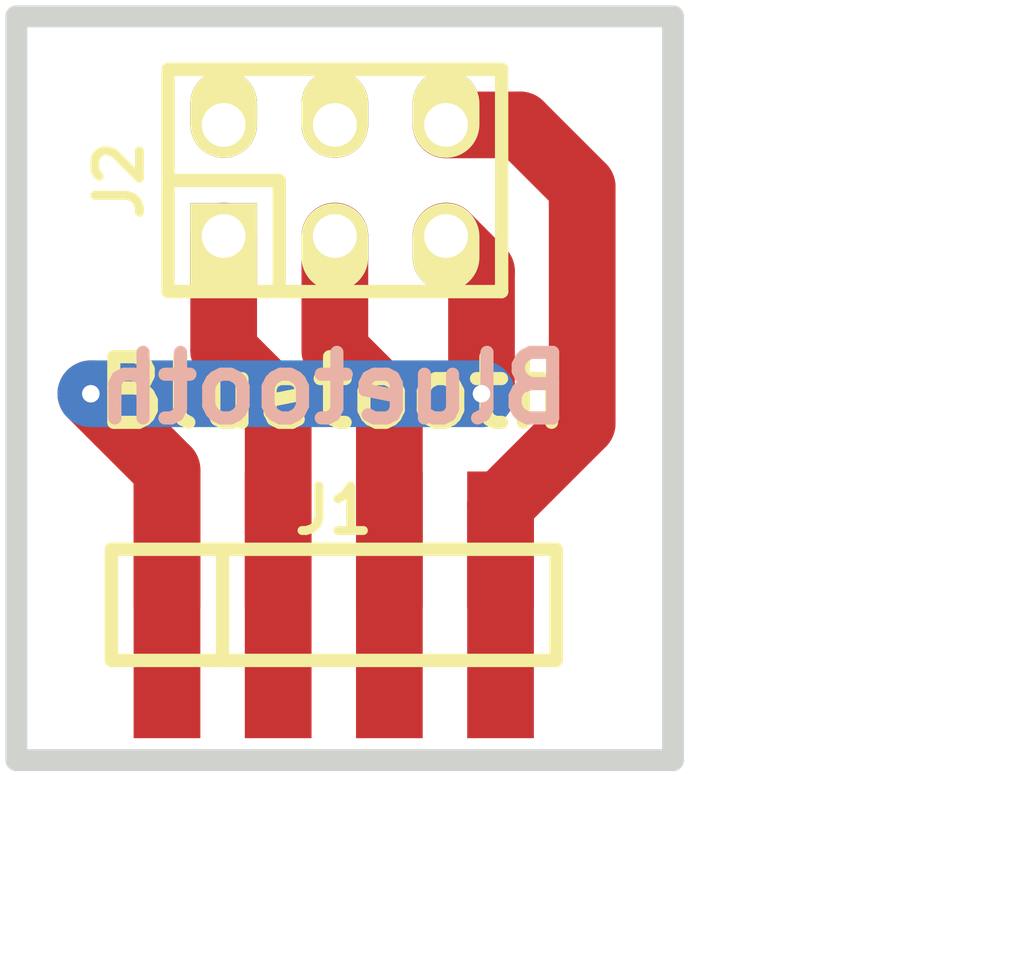
<source format=kicad_pcb>
(kicad_pcb (version 4) (host pcbnew 4.0.6-e0-6349~52~ubuntu16.10.1)

  (general
    (links 4)
    (no_connects 0)
    (area 110.874999 53.0072 137.974904 79.274071)
    (thickness 1.6)
    (drawings 8)
    (tracks 18)
    (zones 0)
    (modules 2)
    (nets 7)
  )

  (page A4)
  (layers
    (0 F.Cu signal)
    (31 B.Cu signal)
    (32 B.Adhes user)
    (33 F.Adhes user)
    (34 B.Paste user)
    (35 F.Paste user)
    (36 B.SilkS user)
    (37 F.SilkS user)
    (38 B.Mask user)
    (39 F.Mask user)
    (40 Dwgs.User user)
    (41 Cmts.User user)
    (42 Eco1.User user)
    (43 Eco2.User user)
    (44 Edge.Cuts user)
    (45 Margin user)
    (46 B.CrtYd user)
    (47 F.CrtYd user)
    (48 B.Fab user)
    (49 F.Fab user)
  )

  (setup
    (last_trace_width 0.25)
    (user_trace_width 0.508)
    (user_trace_width 0.762)
    (user_trace_width 1.016)
    (user_trace_width 1.524)
    (user_trace_width 2.032)
    (user_trace_width 3.048)
    (trace_clearance 0.2)
    (zone_clearance 0.508)
    (zone_45_only no)
    (trace_min 0.2)
    (segment_width 0.2)
    (edge_width 0.5)
    (via_size 0.6)
    (via_drill 0.4)
    (via_min_size 0.4)
    (via_min_drill 0.3)
    (uvia_size 0.3)
    (uvia_drill 0.1)
    (uvias_allowed no)
    (uvia_min_size 0.2)
    (uvia_min_drill 0.1)
    (pcb_text_width 0.3)
    (pcb_text_size 1.5 1.5)
    (mod_edge_width 0.15)
    (mod_text_size 1 1)
    (mod_text_width 0.15)
    (pad_size 1.524 1.99898)
    (pad_drill 1)
    (pad_to_mask_clearance 0.2)
    (aux_axis_origin 0 0)
    (visible_elements FFFFF77F)
    (pcbplotparams
      (layerselection 0x010f0_80000001)
      (usegerberextensions false)
      (excludeedgelayer false)
      (linewidth 0.100000)
      (plotframeref false)
      (viasonmask false)
      (mode 1)
      (useauxorigin false)
      (hpglpennumber 1)
      (hpglpenspeed 20)
      (hpglpendiameter 15)
      (hpglpenoverlay 2)
      (psnegative false)
      (psa4output false)
      (plotreference true)
      (plotvalue true)
      (plotinvisibletext false)
      (padsonsilk false)
      (subtractmaskfromsilk false)
      (outputformat 1)
      (mirror false)
      (drillshape 0)
      (scaleselection 1)
      (outputdirectory "gerber/aecp bluetooth module/"))
  )

  (net 0 "")
  (net 1 "Net-(J1-Pad1)")
  (net 2 "Net-(J1-Pad2)")
  (net 3 "Net-(J1-Pad3)")
  (net 4 "Net-(J1-Pad4)")
  (net 5 "Net-(J2-Pad2)")
  (net 6 "Net-(J2-Pad4)")

  (net_class Default "Ceci est la Netclass par défaut"
    (clearance 0.2)
    (trace_width 0.25)
    (via_dia 0.6)
    (via_drill 0.4)
    (uvia_dia 0.3)
    (uvia_drill 0.1)
    (add_net "Net-(J1-Pad1)")
    (add_net "Net-(J1-Pad2)")
    (add_net "Net-(J1-Pad3)")
    (add_net "Net-(J1-Pad4)")
    (add_net "Net-(J2-Pad2)")
    (add_net "Net-(J2-Pad4)")
  )

  (module w_pin_strip:pin_strip_4 (layer F.Cu) (tedit 58D7FA39) (tstamp 58D7FAE6)
    (at 118.375 68.8)
    (descr "Pin strip 4pin")
    (tags "CONN DEV")
    (path /58CEED37)
    (fp_text reference J1 (at 0 -2.159) (layer F.SilkS)
      (effects (font (size 1.016 1.016) (thickness 0.2032)))
    )
    (fp_text value CONN_HC06 (at 0.254 -3.556) (layer F.SilkS) hide
      (effects (font (size 1.016 0.889) (thickness 0.2032)))
    )
    (fp_line (start -2.54 -1.27) (end -2.54 1.27) (layer F.SilkS) (width 0.3048))
    (fp_line (start 5.08 1.27) (end -5.08 1.27) (layer F.SilkS) (width 0.3048))
    (fp_line (start -5.08 -1.27) (end 5.08 -1.27) (layer F.SilkS) (width 0.3048))
    (fp_line (start -5.08 1.27) (end -5.08 -1.27) (layer F.SilkS) (width 0.3048))
    (fp_line (start 5.08 -1.27) (end 5.08 1.27) (layer F.SilkS) (width 0.3048))
    (pad 1 smd rect (at -3.81 0) (size 1.524 6.096) (layers F.Cu F.Paste F.Mask)
      (net 1 "Net-(J1-Pad1)"))
    (pad 2 smd rect (at -1.27 0) (size 1.524 6.096) (layers F.Cu F.Paste F.Mask)
      (net 2 "Net-(J1-Pad2)"))
    (pad 3 smd rect (at 1.27 0) (size 1.524 6.096) (layers F.Cu F.Paste F.Mask)
      (net 3 "Net-(J1-Pad3)"))
    (pad 4 smd rect (at 3.81 0) (size 1.524 6.096) (layers F.Cu F.Paste F.Mask)
      (net 4 "Net-(J1-Pad4)"))
    (model walter/pin_strip/pin_strip_4.wrl
      (at (xyz 0 0 0))
      (scale (xyz 1 1 1))
      (rotate (xyz 0 0 0))
    )
  )

  (module w_pin_strip:pin_strip_3x2 (layer F.Cu) (tedit 58D7FF77) (tstamp 58D7FAF6)
    (at 118.4 59.1)
    (descr "Pin strip 3x2pin")
    (tags "CONN DEV")
    (path /58CEEDDA)
    (fp_text reference J2 (at -4.925 0 90) (layer F.SilkS)
      (effects (font (size 1.016 1.016) (thickness 0.2032)))
    )
    (fp_text value CONN_ISP (at 0 -5.08) (layer F.SilkS) hide
      (effects (font (size 1.016 0.889) (thickness 0.2032)))
    )
    (fp_line (start -3.81 -2.54) (end 3.81 -2.54) (layer F.SilkS) (width 0.3048))
    (fp_line (start 3.81 -2.54) (end 3.81 2.54) (layer F.SilkS) (width 0.3048))
    (fp_line (start 3.81 2.54) (end -3.81 2.54) (layer F.SilkS) (width 0.3048))
    (fp_line (start -3.81 0) (end -1.27 0) (layer F.SilkS) (width 0.3048))
    (fp_line (start -1.27 0) (end -1.27 2.54) (layer F.SilkS) (width 0.3048))
    (fp_line (start -3.81 -2.54) (end -3.81 2.54) (layer F.SilkS) (width 0.3048))
    (pad 1 thru_hole rect (at -2.54 1.27) (size 1.524 1.99898) (drill 1 (offset 0 0.24892)) (layers *.Cu *.Mask F.SilkS)
      (net 2 "Net-(J1-Pad2)"))
    (pad 2 thru_hole oval (at -2.54 -1.27) (size 1.524 1.99898) (drill 1 (offset 0 -0.24892)) (layers *.Cu *.Mask F.SilkS)
      (net 5 "Net-(J2-Pad2)"))
    (pad 3 thru_hole oval (at 0 1.27) (size 1.524 1.99898) (drill 1 (offset 0 0.24892)) (layers *.Cu *.Mask F.SilkS)
      (net 3 "Net-(J1-Pad3)"))
    (pad 4 thru_hole oval (at 0 -1.27) (size 1.524 1.99898) (drill 1 (offset 0 -0.24892)) (layers *.Cu *.Mask F.SilkS)
      (net 6 "Net-(J2-Pad4)"))
    (pad 5 thru_hole oval (at 2.54 1.27) (size 1.524 1.99898) (drill 1 (offset 0 0.24892)) (layers *.Cu *.Mask F.SilkS)
      (net 1 "Net-(J1-Pad1)"))
    (pad 6 thru_hole oval (at 2.54 -1.27) (size 1.524 1.99898) (drill 1 (offset 0 -0.24892)) (layers *.Cu *.Mask F.SilkS)
      (net 4 "Net-(J1-Pad4)"))
    (model walter/pin_strip/pin_strip_3x2.wrl
      (at (xyz 0 0 0))
      (scale (xyz 1 1 1))
      (rotate (xyz 0 0 0))
    )
  )

  (dimension 15.425081 (width 0.3) (layer Cmts.User)
    (gr_text "15,425 mm" (at 118.624491 77.899077 0.1857231081) (layer Cmts.User)
      (effects (font (size 1.5 1.5) (thickness 0.3)))
    )
    (feature1 (pts (xy 126.325 74.175) (xy 126.341367 79.22407)))
    (feature2 (pts (xy 110.9 74.225) (xy 110.916367 79.27407)))
    (crossbar (pts (xy 110.907615 76.574084) (xy 126.332615 76.524084)))
    (arrow1a (pts (xy 126.332615 76.524084) (xy 125.208018 77.114153)))
    (arrow1b (pts (xy 126.332615 76.524084) (xy 125.204216 75.941318)))
    (arrow2a (pts (xy 110.907615 76.574084) (xy 112.036014 77.15685)))
    (arrow2b (pts (xy 110.907615 76.574084) (xy 112.032212 75.984015)))
  )
  (dimension 17.500071 (width 0.3) (layer Cmts.User)
    (gr_text "17,500 mm" (at 131.474904 63.885071 89.83629822) (layer Cmts.User)
      (effects (font (size 1.5 1.5) (thickness 0.3)))
    )
    (feature1 (pts (xy 127.925 72.625) (xy 132.799899 72.638928)))
    (feature2 (pts (xy 127.975 55.125) (xy 132.849899 55.138928)))
    (crossbar (pts (xy 130.14991 55.131214) (xy 130.09991 72.631214)))
    (arrow1a (pts (xy 130.09991 72.631214) (xy 129.51671 71.503039)))
    (arrow1b (pts (xy 130.09991 72.631214) (xy 130.689547 71.50639)))
    (arrow2a (pts (xy 130.14991 55.131214) (xy 129.560273 56.256038)))
    (arrow2b (pts (xy 130.14991 55.131214) (xy 130.73311 56.259389)))
  )
  (gr_text Bluetooth (at 118.375 63.85) (layer B.SilkS)
    (effects (font (size 1.5 1.5) (thickness 0.3)) (justify mirror))
  )
  (gr_text Bluetooth (at 118.35 63.95) (layer F.SilkS)
    (effects (font (size 1.5 1.5) (thickness 0.3)))
  )
  (gr_line (start 111.125 55.35) (end 111.125 72.35) (layer Edge.Cuts) (width 0.5))
  (gr_line (start 126.125 55.35) (end 111.125 55.35) (layer Edge.Cuts) (width 0.5))
  (gr_line (start 126.125 72.35) (end 126.125 55.35) (layer Edge.Cuts) (width 0.5))
  (gr_line (start 111.125 72.35) (end 126.125 72.35) (layer Edge.Cuts) (width 0.5))

  (segment (start 121.75 63.975) (end 121.75 61.18) (width 1.524) (layer F.Cu) (net 1))
  (segment (start 121.75 61.18) (end 120.94 60.37) (width 1.524) (layer F.Cu) (net 1))
  (segment (start 112.825 63.975) (end 121.75 63.975) (width 1.524) (layer B.Cu) (net 1))
  (via (at 121.75 63.975) (size 0.6) (drill 0.4) (layers F.Cu B.Cu) (net 1))
  (segment (start 114.565 68.8) (end 114.565 65.715) (width 1.524) (layer F.Cu) (net 1))
  (segment (start 114.565 65.715) (end 112.825 63.975) (width 1.524) (layer F.Cu) (net 1))
  (via (at 112.825 63.975) (size 0.6) (drill 0.4) (layers F.Cu B.Cu) (net 1))
  (segment (start 117.105 68.8) (end 117.105 64.228) (width 1.524) (layer F.Cu) (net 2))
  (segment (start 117.105 64.228) (end 115.86 62.983) (width 1.524) (layer F.Cu) (net 2))
  (segment (start 115.86 62.983) (end 115.86 60.37) (width 1.524) (layer F.Cu) (net 2))
  (segment (start 119.645 68.8) (end 119.645 64.228) (width 1.524) (layer F.Cu) (net 3))
  (segment (start 119.645 64.228) (end 118.4 62.983) (width 1.524) (layer F.Cu) (net 3))
  (segment (start 118.4 62.983) (end 118.4 60.37) (width 1.524) (layer F.Cu) (net 3))
  (segment (start 124.05 59.25) (end 122.63 57.83) (width 1.524) (layer F.Cu) (net 4))
  (segment (start 122.63 57.83) (end 120.94 57.83) (width 1.524) (layer F.Cu) (net 4))
  (segment (start 124.05 64.649) (end 124.05 59.25) (width 1.524) (layer F.Cu) (net 4))
  (segment (start 122.185 68.8) (end 122.185 66.514) (width 1.524) (layer F.Cu) (net 4))
  (segment (start 122.185 66.514) (end 124.05 64.649) (width 1.524) (layer F.Cu) (net 4))

)

</source>
